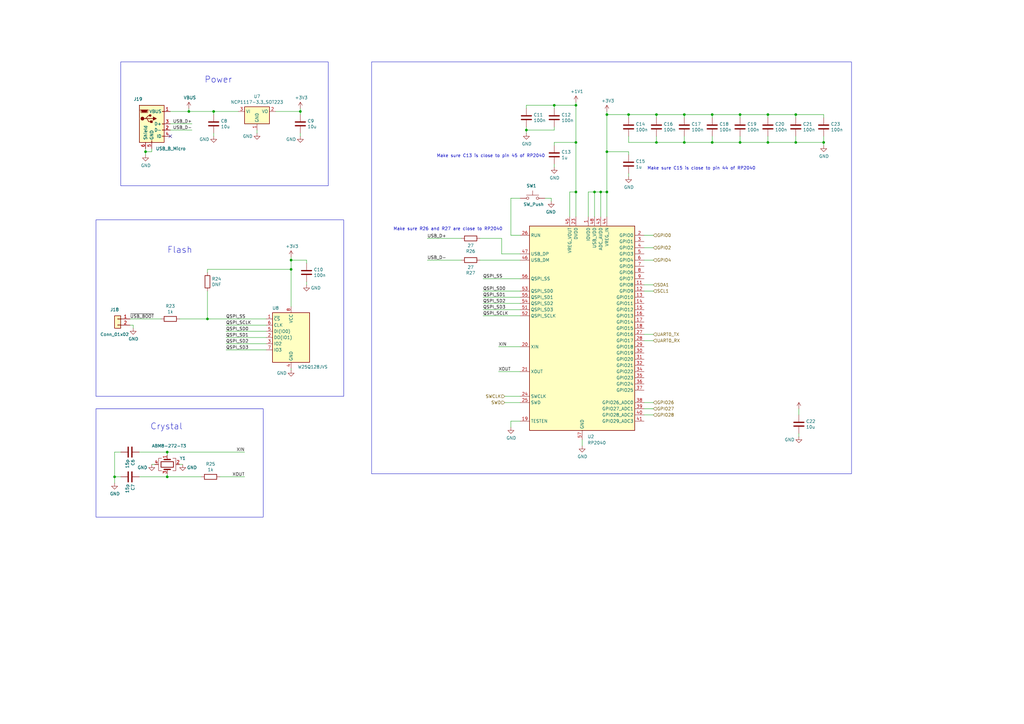
<source format=kicad_sch>
(kicad_sch (version 20231120) (generator "eeschema") (generator_version "8.0")
  (paper "A3")
  (lib_symbols
    (symbol "Connector:USB_B_Micro" (pin_names (offset 1.016))
      (property "Reference" "J" (at -5.08 11.43 0))
      (property "Value" "USB_B_Micro" (at -5.08 8.89 0))
      (symbol "USB_B_Micro_0_1"
        (rectangle (start -5.08 -7.62) (end 5.08 7.62) (stroke (width 0.254)) (fill (type background)))
        (circle (center -3.81 2.159) (radius 0.635) (stroke (width 0.254)) (fill (type outline)))
        (circle (center -0.635 3.429) (radius 0.381) (stroke (width 0.254)) (fill (type outline)))
        (rectangle (start -0.127 -7.62) (end 0.127 -6.858))
        (polyline (pts (xy -1.905 2.159) (xy 0.635 2.159)) (stroke (width 0.254)))
        (polyline (pts (xy -3.175 2.159) (xy -2.54 2.159) (xy -1.27 3.429) (xy -0.635 3.429)) (stroke (width 0.254)))
        (polyline (pts (xy -2.54 2.159) (xy -1.905 2.159) (xy -1.27 0.889) (xy 0 0.889)) (stroke (width 0.254)))
        (polyline (pts (xy 0.635 2.794) (xy 0.635 1.524) (xy 1.905 2.159) (xy 0.635 2.794)) (stroke (width 0.254)) (fill (type outline)))
        (polyline (pts (xy -4.318 5.588) (xy -1.778 5.588) (xy -2.032 4.826) (xy -4.064 4.826) (xy -4.318 5.588)) (fill (type outline)))
        (polyline (pts (xy -4.699 5.842) (xy -4.699 5.588) (xy -4.445 4.826) (xy -4.445 4.572) (xy -1.651 4.572) (xy -1.651 4.826) (xy -1.397 5.588) (xy -1.397 5.842) (xy -4.699 5.842)))
        (rectangle (start 0.254 1.27) (end -0.508 0.508) (stroke (width 0.254)) (fill (type outline)))
        (rectangle (start 5.08 -5.207) (end 4.318 -4.953))
        (rectangle (start 5.08 -2.667) (end 4.318 -2.413))
        (rectangle (start 5.08 -0.127) (end 4.318 0.127))
        (rectangle (start 5.08 4.953) (end 4.318 5.207))
      )
      (symbol "USB_B_Micro_1_1"
        (pin power_out line (at 7.62 5.08 180) (length 2.54) (name "VBUS") (number "1"))
        (pin bidirectional line (at 7.62 -2.54 180) (length 2.54) (name "D-") (number "2"))
        (pin bidirectional line (at 7.62 0 180) (length 2.54) (name "D+") (number "3"))
        (pin passive line (at 7.62 -5.08 180) (length 2.54) (name "ID") (number "4"))
        (pin power_out line (at 0 -10.16 90) (length 2.54) (name "GND") (number "5"))
        (pin passive line (at -2.54 -10.16 90) (length 2.54) (name "Shield") (number "6"))
      )
    )
    (symbol "Connector_Generic:Conn_01x02" (pin_names (offset 1.016) hide)
      (property "Reference" "J" (at 0 2.54 0))
      (property "Value" "Conn_01x02" (at 0 -5.08 0))
      (symbol "Conn_01x02_1_1"
        (rectangle (start -1.27 -2.413) (end 0 -2.667) (stroke (width 0.1524)))
        (rectangle (start -1.27 0.127) (end 0 -0.127) (stroke (width 0.1524)))
        (rectangle (start -1.27 1.27) (end 1.27 -3.81) (stroke (width 0.254)) (fill (type background)))
        (pin passive line (at -5.08 0 0) (length 3.81) (name "Pin_1") (number "1"))
        (pin passive line (at -5.08 -2.54 0) (length 3.81) (name "Pin_2") (number "2"))
      )
    )
    (symbol "Device:C" (pin_numbers hide) (pin_names (offset 0.254))
      (property "Reference" "C" (at 0.635 2.54 0))
      (property "Value" "C" (at 0.635 -2.54 0))
      (symbol "C_0_1"
        (polyline (pts (xy -2.032 -0.762) (xy 2.032 -0.762)) (stroke (width 0.508)))
        (polyline (pts (xy -2.032 0.762) (xy 2.032 0.762)) (stroke (width 0.508)))
      )
      (symbol "C_1_1"
        (pin passive line (at 0 3.81 270) (length 2.794) (name "~") (number "1"))
        (pin passive line (at 0 -3.81 90) (length 2.794) (name "~") (number "2"))
      )
    )
    (symbol "Device:Crystal_GND24" (pin_names (offset 1.016) hide)
      (property "Reference" "Y" (at 3.175 5.08 0))
      (property "Value" "Crystal_GND24" (at 3.175 3.175 0))
      (symbol "Crystal_GND24_0_1"
        (rectangle (start -1.143 2.54) (end 1.143 -2.54) (stroke (width 0.3048)))
        (polyline (pts (xy -2.54 0) (xy -2.032 0)))
        (polyline (pts (xy -2.032 -1.27) (xy -2.032 1.27)) (stroke (width 0.508)))
        (polyline (pts (xy 0 -3.81) (xy 0 -3.556)))
        (polyline (pts (xy 0 3.556) (xy 0 3.81)))
        (polyline (pts (xy 2.032 -1.27) (xy 2.032 1.27)) (stroke (width 0.508)))
        (polyline (pts (xy 2.032 0) (xy 2.54 0)))
        (polyline (pts (xy -2.54 -2.286) (xy -2.54 -3.556) (xy 2.54 -3.556) (xy 2.54 -2.286)))
        (polyline (pts (xy -2.54 2.286) (xy -2.54 3.556) (xy 2.54 3.556) (xy 2.54 2.286)))
      )
      (symbol "Crystal_GND24_1_1"
        (pin passive line (at -3.81 0 0) (length 1.27) (name "1") (number "1"))
        (pin passive line (at 0 5.08 270) (length 1.27) (name "2") (number "2"))
        (pin passive line (at 3.81 0 180) (length 1.27) (name "3") (number "3"))
        (pin passive line (at 0 -5.08 90) (length 1.27) (name "4") (number "4"))
      )
    )
    (symbol "Device:R" (pin_numbers hide) (pin_names (offset 0))
      (property "Reference" "R" (at 2.032 0 90))
      (property "Value" "R" (at 0 0 90))
      (symbol "R_0_1"
        (rectangle (start -1.016 -2.54) (end 1.016 2.54) (stroke (width 0.254)))
      )
      (symbol "R_1_1"
        (pin passive line (at 0 3.81 270) (length 1.27) (name "~") (number "1"))
        (pin passive line (at 0 -3.81 90) (length 1.27) (name "~") (number "2"))
      )
    )
    (symbol "MCU_RaspberryPi:RP2040"
      (property "Reference" "U" (at 17.78 45.72 0))
      (property "Value" "RP2040" (at 17.78 43.18 0))
      (symbol "RP2040_0_1"
        (rectangle (start -21.59 41.91) (end 21.59 -41.91) (stroke (width 0.254)) (fill (type background)))
      )
      (symbol "RP2040_1_1"
        (pin power_in line (at 2.54 45.72 270) (length 3.81) (name "IOVDD") (number "1"))
        (pin passive line (at 2.54 45.72 270) (length 3.81) hide (name "IOVDD") (number "10"))
        (pin bidirectional line (at 25.4 17.78 180) (length 3.81) (name "GPIO8") (number "11"))
        (pin bidirectional line (at 25.4 15.24 180) (length 3.81) (name "GPIO9") (number "12"))
        (pin bidirectional line (at 25.4 12.7 180) (length 3.81) (name "GPIO10") (number "13"))
        (pin bidirectional line (at 25.4 10.16 180) (length 3.81) (name "GPIO11") (number "14"))
        (pin bidirectional line (at 25.4 7.62 180) (length 3.81) (name "GPIO12") (number "15"))
        (pin bidirectional line (at 25.4 5.08 180) (length 3.81) (name "GPIO13") (number "16"))
        (pin bidirectional line (at 25.4 2.54 180) (length 3.81) (name "GPIO14") (number "17"))
        (pin bidirectional line (at 25.4 0 180) (length 3.81) (name "GPIO15") (number "18"))
        (pin input line (at -25.4 -38.1 0) (length 3.81) (name "TESTEN") (number "19"))
        (pin bidirectional line (at 25.4 38.1 180) (length 3.81) (name "GPIO0") (number "2"))
        (pin input line (at -25.4 -7.62 0) (length 3.81) (name "XIN") (number "20"))
        (pin passive line (at -25.4 -17.78 0) (length 3.81) (name "XOUT") (number "21"))
        (pin passive line (at 2.54 45.72 270) (length 3.81) hide (name "IOVDD") (number "22"))
        (pin power_in line (at -2.54 45.72 270) (length 3.81) (name "DVDD") (number "23"))
        (pin input line (at -25.4 -27.94 0) (length 3.81) (name "SWCLK") (number "24"))
        (pin bidirectional line (at -25.4 -30.48 0) (length 3.81) (name "SWD") (number "25"))
        (pin input line (at -25.4 38.1 0) (length 3.81) (name "RUN") (number "26"))
        (pin bidirectional line (at 25.4 -2.54 180) (length 3.81) (name "GPIO16") (number "27"))
        (pin bidirectional line (at 25.4 -5.08 180) (length 3.81) (name "GPIO17") (number "28"))
        (pin bidirectional line (at 25.4 -7.62 180) (length 3.81) (name "GPIO18") (number "29"))
        (pin bidirectional line (at 25.4 35.56 180) (length 3.81) (name "GPIO1") (number "3"))
        (pin bidirectional line (at 25.4 -10.16 180) (length 3.81) (name "GPIO19") (number "30"))
        (pin bidirectional line (at 25.4 -12.7 180) (length 3.81) (name "GPIO20") (number "31"))
        (pin bidirectional line (at 25.4 -15.24 180) (length 3.81) (name "GPIO21") (number "32"))
        (pin passive line (at 2.54 45.72 270) (length 3.81) hide (name "IOVDD") (number "33"))
        (pin bidirectional line (at 25.4 -17.78 180) (length 3.81) (name "GPIO22") (number "34"))
        (pin bidirectional line (at 25.4 -20.32 180) (length 3.81) (name "GPIO23") (number "35"))
        (pin bidirectional line (at 25.4 -22.86 180) (length 3.81) (name "GPIO24") (number "36"))
        (pin bidirectional line (at 25.4 -25.4 180) (length 3.81) (name "GPIO25") (number "37"))
        (pin bidirectional line (at 25.4 -30.48 180) (length 3.81) (name "GPIO26_ADC0") (number "38"))
        (pin bidirectional line (at 25.4 -33.02 180) (length 3.81) (name "GPIO27_ADC1") (number "39"))
        (pin bidirectional line (at 25.4 33.02 180) (length 3.81) (name "GPIO2") (number "4"))
        (pin bidirectional line (at 25.4 -35.56 180) (length 3.81) (name "GPIO28_ADC2") (number "40"))
        (pin bidirectional line (at 25.4 -38.1 180) (length 3.81) (name "GPIO29_ADC3") (number "41"))
        (pin passive line (at 2.54 45.72 270) (length 3.81) hide (name "IOVDD") (number "42"))
        (pin power_in line (at 7.62 45.72 270) (length 3.81) (name "ADC_AVDD") (number "43"))
        (pin power_in line (at 10.16 45.72 270) (length 3.81) (name "VREG_IN") (number "44"))
        (pin power_out line (at -5.08 45.72 270) (length 3.81) (name "VREG_VOUT") (number "45"))
        (pin bidirectional line (at -25.4 27.94 0) (length 3.81) (name "USB_DM") (number "46"))
        (pin bidirectional line (at -25.4 30.48 0) (length 3.81) (name "USB_DP") (number "47"))
        (pin power_in line (at 5.08 45.72 270) (length 3.81) (name "USB_VDD") (number "48"))
        (pin passive line (at 2.54 45.72 270) (length 3.81) hide (name "IOVDD") (number "49"))
        (pin bidirectional line (at 25.4 30.48 180) (length 3.81) (name "GPIO3") (number "5"))
        (pin passive line (at -2.54 45.72 270) (length 3.81) hide (name "DVDD") (number "50"))
        (pin bidirectional line (at -25.4 7.62 0) (length 3.81) (name "QSPI_SD3") (number "51"))
        (pin output line (at -25.4 5.08 0) (length 3.81) (name "QSPI_SCLK") (number "52"))
        (pin bidirectional line (at -25.4 15.24 0) (length 3.81) (name "QSPI_SD0") (number "53"))
        (pin bidirectional line (at -25.4 10.16 0) (length 3.81) (name "QSPI_SD2") (number "54"))
        (pin bidirectional line (at -25.4 12.7 0) (length 3.81) (name "QSPI_SD1") (number "55"))
        (pin bidirectional line (at -25.4 20.32 0) (length 3.81) (name "QSPI_SS") (number "56"))
        (pin power_in line (at 0 -45.72 90) (length 3.81) (name "GND") (number "57"))
        (pin bidirectional line (at 25.4 27.94 180) (length 3.81) (name "GPIO4") (number "6"))
        (pin bidirectional line (at 25.4 25.4 180) (length 3.81) (name "GPIO5") (number "7"))
        (pin bidirectional line (at 25.4 22.86 180) (length 3.81) (name "GPIO6") (number "8"))
        (pin bidirectional line (at 25.4 20.32 180) (length 3.81) (name "GPIO7") (number "9"))
      )
    )
    (symbol "Memory_Flash:W25Q128JVS"
      (property "Reference" "U" (at -8.89 8.89 0))
      (property "Value" "W25Q128JVS" (at 7.62 8.89 0))
      (symbol "W25Q128JVS_0_1"
        (rectangle (start -7.62 10.16) (end 7.62 -10.16) (stroke (width 0.254)) (fill (type background)))
      )
      (symbol "W25Q128JVS_1_1"
        (pin input line (at -10.16 7.62 0) (length 2.54) (name "~{CS}") (number "1"))
        (pin bidirectional line (at -10.16 0 0) (length 2.54) (name "DO(IO1)") (number "2"))
        (pin bidirectional line (at -10.16 -2.54 0) (length 2.54) (name "IO2") (number "3"))
        (pin power_in line (at 0 -12.7 90) (length 2.54) (name "GND") (number "4"))
        (pin bidirectional line (at -10.16 2.54 0) (length 2.54) (name "DI(IO0)") (number "5"))
        (pin input line (at -10.16 5.08 0) (length 2.54) (name "CLK") (number "6"))
        (pin bidirectional line (at -10.16 -5.08 0) (length 2.54) (name "IO3") (number "7"))
        (pin power_in line (at 0 12.7 270) (length 2.54) (name "VCC") (number "8"))
      )
    )
    (symbol "Regulator_Linear:NCP1117-3.3_SOT223"
      (property "Reference" "U" (at -3.81 3.175 0))
      (property "Value" "NCP1117-3.3_SOT223" (at 0 3.175 0))
      (symbol "NCP1117-3.3_SOT223_0_1"
        (rectangle (start -5.08 -5.08) (end 5.08 1.905) (stroke (width 0.254)) (fill (type background)))
      )
      (symbol "NCP1117-3.3_SOT223_1_1"
        (pin power_in line (at 0 -7.62 90) (length 2.54) (name "GND") (number "1"))
        (pin power_out line (at 7.62 0 180) (length 2.54) (name "VO") (number "2"))
        (pin power_in line (at -7.62 0 0) (length 2.54) (name "VI") (number "3"))
      )
    )
    (symbol "Switch:SW_Push" (pin_numbers hide) (pin_names (offset 1.016) hide)
      (property "Reference" "SW" (at 1.27 2.54 0))
      (property "Value" "SW_Push" (at 0 -1.524 0))
      (symbol "SW_Push_0_1"
        (circle (center -2.032 0) (radius 0.508))
        (polyline (pts (xy 0 1.27) (xy 0 3.048)))
        (polyline (pts (xy 2.54 1.27) (xy -2.54 1.27)))
        (circle (center 2.032 0) (radius 0.508))
        (pin passive line (at -5.08 0 0) (length 2.54) (name "1") (number "1"))
        (pin passive line (at 5.08 0 180) (length 2.54) (name "2") (number "2"))
      )
    )
    (symbol "power:+1V1" (power) (pin_names (offset 0))
      (property "Value" "+1V1" (at 0 3.556 0))
      (symbol "+1V1_0_1"
        (polyline (pts (xy -0.762 1.27) (xy 0 2.54)))
        (polyline (pts (xy 0 0) (xy 0 2.54)))
        (polyline (pts (xy 0 2.54) (xy 0.762 1.27)))
      )
      (symbol "+1V1_1_1"
        (pin power_in line (at 0 0 90) (length 0) hide (name "+1V1") (number "1"))
      )
    )
    (symbol "power:+3V3" (power) (pin_names (offset 0))
      (property "Value" "+3V3" (at 0 3.556 0))
      (symbol "+3V3_0_1"
        (polyline (pts (xy -0.762 1.27) (xy 0 2.54)))
        (polyline (pts (xy 0 0) (xy 0 2.54)))
        (polyline (pts (xy 0 2.54) (xy 0.762 1.27)))
      )
      (symbol "+3V3_1_1"
        (pin power_in line (at 0 0 90) (length 0) hide (name "+3V3") (number "1"))
      )
    )
    (symbol "power:GND" (power) (pin_names (offset 0))
      (property "Value" "GND" (at 0 -3.81 0))
      (symbol "GND_0_1"
        (polyline (pts (xy 0 0) (xy 0 -1.27) (xy 1.27 -1.27) (xy 0 -2.54) (xy -1.27 -1.27) (xy 0 -1.27)))
      )
      (symbol "GND_1_1"
        (pin power_in line (at 0 0 270) (length 0) hide (name "GND") (number "1"))
      )
    )
    (symbol "power:VBUS" (power) (pin_names (offset 0))
      (property "Value" "VBUS" (at 0 3.81 0))
      (symbol "VBUS_0_1"
        (polyline (pts (xy -0.762 1.27) (xy 0 2.54)))
        (polyline (pts (xy 0 0) (xy 0 2.54)))
        (polyline (pts (xy 0 2.54) (xy 0.762 1.27)))
      )
      (symbol "VBUS_1_1"
        (pin power_in line (at 0 0 90) (length 0) hide (name "VBUS") (number "1"))
      )
    )
  )
  (junction (at 46.99 195.58))
  (junction (at 87.63 45.72))
  (junction (at 292.1 46.99))
  (junction (at 236.22 58.42))
  (junction (at 59.69 62.23))
  (junction (at 248.92 46.99))
  (junction (at 303.53 58.42))
  (junction (at 292.1 58.42))
  (junction (at 248.92 78.74))
  (junction (at 236.22 78.74))
  (junction (at 269.24 46.99))
  (junction (at 246.38 78.74))
  (junction (at 337.82 58.42))
  (junction (at 119.38 110.49))
  (junction (at 123.19 45.72))
  (junction (at 280.67 46.99))
  (junction (at 257.81 46.99))
  (junction (at 85.09 130.81))
  (junction (at 215.9 53.34))
  (junction (at 227.33 43.18))
  (junction (at 243.84 78.74))
  (junction (at 269.24 58.42))
  (junction (at 236.22 43.18))
  (junction (at 248.92 62.23))
  (junction (at 280.67 58.42))
  (junction (at 303.53 46.99))
  (junction (at 314.96 46.99))
  (junction (at 326.39 58.42))
  (junction (at 326.39 46.99))
  (junction (at 314.96 58.42))
  (junction (at 68.58 185.42))
  (junction (at 68.58 195.58))
  (junction (at 77.47 45.72))
  (junction (at 119.38 106.68))
  (no_connect (at 69.85 55.88))
  (wire (pts (xy 327.66 177.8) (xy 327.66 179.07)))
  (wire (pts (xy 105.41 53.34) (xy 105.41 54.61)))
  (wire (pts (xy 198.12 129.54) (xy 213.36 129.54)))
  (wire (pts (xy 337.82 46.99) (xy 326.39 46.99)))
  (wire (pts (xy 62.23 62.23) (xy 59.69 62.23)))
  (wire (pts (xy 236.22 43.18) (xy 236.22 58.42)))
  (wire (pts (xy 54.61 133.35) (xy 54.61 134.62)))
  (wire (pts (xy 327.66 167.64) (xy 327.66 170.18)))
  (wire (pts (xy 227.33 67.31) (xy 227.33 68.58)))
  (wire (pts (xy 264.16 165.1) (xy 267.97 165.1)))
  (wire (pts (xy 198.12 119.38) (xy 213.36 119.38)))
  (wire (pts (xy 326.39 55.88) (xy 326.39 58.42)))
  (wire (pts (xy 269.24 58.42) (xy 257.81 58.42)))
  (wire (pts (xy 264.16 137.16) (xy 267.97 137.16)))
  (wire (pts (xy 303.53 55.88) (xy 303.53 58.42)))
  (wire (pts (xy 236.22 41.91) (xy 236.22 43.18)))
  (wire (pts (xy 205.74 104.14) (xy 213.36 104.14)))
  (wire (pts (xy 68.58 185.42) (xy 100.33 185.42)))
  (wire (pts (xy 213.36 172.72) (xy 209.55 172.72)))
  (wire (pts (xy 57.15 185.42) (xy 68.58 185.42)))
  (wire (pts (xy 85.09 110.49) (xy 119.38 110.49)))
  (wire (pts (xy 337.82 58.42) (xy 337.82 59.69)))
  (wire (pts (xy 226.06 81.28) (xy 226.06 82.55)))
  (wire (pts (xy 264.16 101.6) (xy 267.97 101.6)))
  (wire (pts (xy 68.58 195.58) (xy 82.55 195.58)))
  (wire (pts (xy 85.09 111.76) (xy 85.09 110.49)))
  (wire (pts (xy 248.92 45.72) (xy 248.92 46.99)))
  (wire (pts (xy 227.33 59.69) (xy 227.33 58.42)))
  (wire (pts (xy 257.81 71.12) (xy 257.81 72.39)))
  (wire (pts (xy 337.82 48.26) (xy 337.82 46.99)))
  (wire (pts (xy 53.34 133.35) (xy 54.61 133.35)))
  (wire (pts (xy 196.85 106.68) (xy 213.36 106.68)))
  (wire (pts (xy 125.73 107.95) (xy 125.73 106.68)))
  (wire (pts (xy 292.1 48.26) (xy 292.1 46.99)))
  (wire (pts (xy 264.16 106.68) (xy 267.97 106.68)))
  (wire (pts (xy 241.3 78.74) (xy 241.3 88.9)))
  (wire (pts (xy 215.9 43.18) (xy 227.33 43.18)))
  (wire (pts (xy 292.1 58.42) (xy 280.67 58.42)))
  (wire (pts (xy 246.38 78.74) (xy 246.38 88.9)))
  (wire (pts (xy 337.82 58.42) (xy 326.39 58.42)))
  (wire (pts (xy 257.81 48.26) (xy 257.81 46.99)))
  (wire (pts (xy 215.9 53.34) (xy 227.33 53.34)))
  (wire (pts (xy 205.74 97.79) (xy 196.85 97.79)))
  (wire (pts (xy 49.53 185.42) (xy 46.99 185.42)))
  (wire (pts (xy 280.67 46.99) (xy 292.1 46.99)))
  (wire (pts (xy 314.96 46.99) (xy 326.39 46.99)))
  (wire (pts (xy 125.73 106.68) (xy 119.38 106.68)))
  (wire (pts (xy 246.38 78.74) (xy 248.92 78.74)))
  (wire (pts (xy 269.24 55.88) (xy 269.24 58.42)))
  (wire (pts (xy 57.15 195.58) (xy 68.58 195.58)))
  (wire (pts (xy 113.03 45.72) (xy 123.19 45.72)))
  (wire (pts (xy 280.67 48.26) (xy 280.67 46.99)))
  (wire (pts (xy 213.36 152.4) (xy 204.47 152.4)))
  (wire (pts (xy 209.55 81.28) (xy 209.55 96.52)))
  (wire (pts (xy 198.12 124.46) (xy 213.36 124.46)))
  (wire (pts (xy 227.33 58.42) (xy 236.22 58.42)))
  (wire (pts (xy 109.22 140.97) (xy 92.71 140.97)))
  (wire (pts (xy 243.84 78.74) (xy 241.3 78.74)))
  (wire (pts (xy 69.85 50.8) (xy 78.74 50.8)))
  (wire (pts (xy 125.73 115.57) (xy 125.73 116.84)))
  (wire (pts (xy 46.99 195.58) (xy 46.99 198.12)))
  (wire (pts (xy 248.92 62.23) (xy 257.81 62.23)))
  (wire (pts (xy 207.01 162.56) (xy 213.36 162.56)))
  (wire (pts (xy 264.16 139.7) (xy 267.97 139.7)))
  (wire (pts (xy 215.9 44.45) (xy 215.9 43.18)))
  (wire (pts (xy 109.22 138.43) (xy 92.71 138.43)))
  (wire (pts (xy 77.47 44.45) (xy 77.47 45.72)))
  (wire (pts (xy 257.81 46.99) (xy 269.24 46.99)))
  (wire (pts (xy 292.1 46.99) (xy 303.53 46.99)))
  (wire (pts (xy 209.55 81.28) (xy 213.36 81.28)))
  (wire (pts (xy 227.33 43.18) (xy 236.22 43.18)))
  (wire (pts (xy 314.96 48.26) (xy 314.96 46.99)))
  (wire (pts (xy 264.16 96.52) (xy 267.97 96.52)))
  (wire (pts (xy 223.52 81.28) (xy 226.06 81.28)))
  (wire (pts (xy 337.82 55.88) (xy 337.82 58.42)))
  (wire (pts (xy 227.33 53.34) (xy 227.33 52.07)))
  (wire (pts (xy 109.22 135.89) (xy 92.71 135.89)))
  (wire (pts (xy 233.68 78.74) (xy 236.22 78.74)))
  (wire (pts (xy 243.84 78.74) (xy 243.84 88.9)))
  (wire (pts (xy 66.04 130.81) (xy 53.34 130.81)))
  (wire (pts (xy 248.92 88.9) (xy 248.92 78.74)))
  (wire (pts (xy 69.85 45.72) (xy 77.47 45.72)))
  (wire (pts (xy 303.53 58.42) (xy 292.1 58.42)))
  (wire (pts (xy 207.01 165.1) (xy 213.36 165.1)))
  (wire (pts (xy 292.1 55.88) (xy 292.1 58.42)))
  (wire (pts (xy 236.22 78.74) (xy 236.22 88.9)))
  (wire (pts (xy 87.63 54.61) (xy 87.63 55.88)))
  (wire (pts (xy 238.76 180.34) (xy 238.76 182.88)))
  (wire (pts (xy 209.55 172.72) (xy 209.55 175.26)))
  (wire (pts (xy 280.67 55.88) (xy 280.67 58.42)))
  (wire (pts (xy 213.36 96.52) (xy 209.55 96.52)))
  (wire (pts (xy 68.58 194.31) (xy 68.58 195.58)))
  (wire (pts (xy 62.23 190.5) (xy 63.5 190.5)))
  (wire (pts (xy 257.81 63.5) (xy 257.81 62.23)))
  (wire (pts (xy 62.23 60.96) (xy 62.23 62.23)))
  (wire (pts (xy 198.12 114.3) (xy 213.36 114.3)))
  (wire (pts (xy 77.47 45.72) (xy 87.63 45.72)))
  (wire (pts (xy 119.38 110.49) (xy 119.38 125.73)))
  (wire (pts (xy 189.23 97.79) (xy 175.26 97.79)))
  (wire (pts (xy 97.79 45.72) (xy 87.63 45.72)))
  (wire (pts (xy 90.17 195.58) (xy 100.33 195.58)))
  (wire (pts (xy 215.9 52.07) (xy 215.9 53.34)))
  (wire (pts (xy 326.39 48.26) (xy 326.39 46.99)))
  (wire (pts (xy 119.38 105.41) (xy 119.38 106.68)))
  (wire (pts (xy 233.68 88.9) (xy 233.68 78.74)))
  (wire (pts (xy 87.63 46.99) (xy 87.63 45.72)))
  (wire (pts (xy 314.96 55.88) (xy 314.96 58.42)))
  (wire (pts (xy 227.33 44.45) (xy 227.33 43.18)))
  (wire (pts (xy 73.66 130.81) (xy 85.09 130.81)))
  (wire (pts (xy 269.24 48.26) (xy 269.24 46.99)))
  (wire (pts (xy 68.58 186.69) (xy 68.58 185.42)))
  (wire (pts (xy 248.92 46.99) (xy 257.81 46.99)))
  (wire (pts (xy 314.96 58.42) (xy 303.53 58.42)))
  (wire (pts (xy 246.38 78.74) (xy 243.84 78.74)))
  (wire (pts (xy 123.19 54.61) (xy 123.19 55.88)))
  (wire (pts (xy 69.85 53.34) (xy 78.74 53.34)))
  (wire (pts (xy 264.16 167.64) (xy 267.97 167.64)))
  (wire (pts (xy 85.09 130.81) (xy 109.22 130.81)))
  (wire (pts (xy 314.96 58.42) (xy 326.39 58.42)))
  (wire (pts (xy 49.53 195.58) (xy 46.99 195.58)))
  (wire (pts (xy 109.22 143.51) (xy 92.71 143.51)))
  (wire (pts (xy 248.92 62.23) (xy 248.92 78.74)))
  (wire (pts (xy 264.16 170.18) (xy 267.97 170.18)))
  (wire (pts (xy 73.66 190.5) (xy 74.93 190.5)))
  (wire (pts (xy 204.47 142.24) (xy 213.36 142.24)))
  (wire (pts (xy 215.9 53.34) (xy 215.9 54.61)))
  (wire (pts (xy 198.12 121.92) (xy 213.36 121.92)))
  (wire (pts (xy 303.53 48.26) (xy 303.53 46.99)))
  (wire (pts (xy 264.16 119.38) (xy 267.97 119.38)))
  (wire (pts (xy 205.74 97.79) (xy 205.74 104.14)))
  (wire (pts (xy 123.19 45.72) (xy 123.19 44.45)))
  (wire (pts (xy 257.81 55.88) (xy 257.81 58.42)))
  (wire (pts (xy 92.71 133.35) (xy 109.22 133.35)))
  (wire (pts (xy 189.23 106.68) (xy 175.26 106.68)))
  (wire (pts (xy 198.12 127) (xy 213.36 127)))
  (wire (pts (xy 123.19 46.99) (xy 123.19 45.72)))
  (wire (pts (xy 119.38 151.765) (xy 119.38 151.13)))
  (wire (pts (xy 119.38 106.68) (xy 119.38 110.49)))
  (wire (pts (xy 248.92 46.99) (xy 248.92 62.23)))
  (wire (pts (xy 303.53 46.99) (xy 314.96 46.99)))
  (wire (pts (xy 280.67 58.42) (xy 269.24 58.42)))
  (wire (pts (xy 269.24 46.99) (xy 280.67 46.99)))
  (wire (pts (xy 264.16 116.84) (xy 267.97 116.84)))
  (wire (pts (xy 85.09 119.38) (xy 85.09 130.81)))
  (wire (pts (xy 59.69 62.23) (xy 59.69 63.5)))
  (wire (pts (xy 59.69 60.96) (xy 59.69 62.23)))
  (wire (pts (xy 236.22 58.42) (xy 236.22 78.74)))
  (wire (pts (xy 46.99 185.42) (xy 46.99 195.58)))
  (rectangle (start 39.37 90.17) (end 140.97 162.56))
  (rectangle (start 152.4 25.4) (end 349.25 194.31))
  (rectangle (start 49.53 25.4) (end 134.62 76.2))
  (rectangle (start 39.37 167.64) (end 107.95 212.09))
  (text "Make sure R26 and R27 are close to RP2040" (at 161.29 94.742 0) (effects (font (size 1.27 1.27)) (justify left bottom)))
  (text "Make sure C13 is close to pin 45 of RP2040" (at 179.07 64.77 0) (effects (font (size 1.27 1.27)) (justify left bottom)))
  (text "Power" (at 83.82 34.29 0) (effects (font (size 2.54 2.54)) (justify left bottom)))
  (text "Make sure C15 is close to pin 44 of RP2040" (at 265.43 69.85 0) (effects (font (size 1.27 1.27)) (justify left bottom)))
  (text "Flash" (at 68.58 104.14 0) (effects (font (size 2.54 2.54)) (justify left bottom)))
  (text "Crystal" (at 61.595 176.53 0) (effects (font (size 2.54 2.54)) (justify left bottom)))
  (label "QSPI_SCLK" (at 198.12 129.54 0))
  (label "QSPI_SD1" (at 198.12 121.92 0))
  (label "XIN" (at 204.47 142.24 0))
  (label "~{USB_BOOT}" (at 53.34 130.81 0))
  (label "QSPI_SD0" (at 92.71 135.89 0))
  (label "XOUT" (at 100.33 195.58 180))
  (label "QSPI_SD2" (at 92.71 140.97 0))
  (label "USB_D+" (at 78.74 50.8 180))
  (label "QSPI_SS" (at 198.12 114.3 0))
  (label "QSPI_SCLK" (at 92.71 133.35 0))
  (label "XOUT" (at 204.47 152.4 0))
  (label "USB_D+" (at 175.26 97.79 0))
  (label "QSPI_SS" (at 92.71 130.81 0))
  (label "QSPI_SD2" (at 198.12 124.46 0))
  (label "USB_D-" (at 78.74 53.34 180))
  (label "XIN" (at 100.33 185.42 180))
  (label "QSPI_SD3" (at 92.71 143.51 0))
  (label "QSPI_SD0" (at 198.12 119.38 0))
  (label "QSPI_SD3" (at 198.12 127 0))
  (label "USB_D-" (at 175.26 106.68 0))
  (label "QSPI_SD1" (at 92.71 138.43 0))
  (hierarchical_label "GPIO4" (shape input) (at 267.97 106.68 0))
  (hierarchical_label "UART0_RX" (shape input) (at 267.97 139.7 0))
  (hierarchical_label "UART0_TX" (shape input) (at 267.97 137.16 0))
  (hierarchical_label "SWD" (shape input) (at 207.01 165.1 180))
  (hierarchical_label "GPIO26" (shape input) (at 267.97 165.1 0))
  (hierarchical_label "SCL1" (shape input) (at 267.97 119.38 0))
  (hierarchical_label "GPIO28" (shape input) (at 267.97 170.18 0))
  (hierarchical_label "GPIO0" (shape input) (at 267.97 96.52 0))
  (hierarchical_label "GPIO2" (shape input) (at 267.97 101.6 0))
  (hierarchical_label "SWCLK" (shape input) (at 207.01 162.56 180))
  (hierarchical_label "SDA1" (shape input) (at 267.97 116.84 0))
  (hierarchical_label "GPIO27" (shape input) (at 267.97 167.64 0))
  (symbol (lib_id "power:+3V3") (at 248.92 45.72 0) (unit 1)
    (property "Reference" "#PWR088" (effects (hide yes)))
    (property "Value" "+3V3" (at 249.301 41.3258 0))
  )
  (symbol (lib_id "power:GND") (at 59.69 63.5 0) (unit 1)
    (property "Reference" "#PWR070" (effects (hide yes)))
    (property "Value" "GND" (at 59.817 67.8942 0))
  )
  (symbol (lib_id "Device:C") (at 227.33 63.5 0) (unit 1)
    (property "Reference" "C13" (at 230.251 62.3316 0) (effects (justify left)))
    (property "Value" "1u" (at 230.251 64.643 0) (effects (justify left)))
    (property "Footprint" "Capacitor_SMD:C_0402_1005Metric" (effects (hide yes)))
  )
  (symbol (lib_id "Device:C") (at 123.19 50.8 0) (unit 1)
    (property "Reference" "C9" (at 126.111 49.6316 0) (effects (justify left)))
    (property "Value" "10u" (at 126.111 51.943 0) (effects (justify left)))
    (property "Footprint" "Capacitor_SMD:C_0805_2012Metric" (effects (hide yes)))
  )
  (symbol (lib_id "Device:C") (at 337.82 52.07 0) (unit 1)
    (property "Reference" "C23" (at 340.741 50.9016 0) (effects (justify left)))
    (property "Value" "100n" (at 340.741 53.213 0) (effects (justify left)))
    (property "Footprint" "Capacitor_SMD:C_0402_1005Metric" (effects (hide yes)))
  )
  (symbol (lib_id "Device:C") (at 215.9 48.26 0) (unit 1)
    (property "Reference" "C11" (at 218.821 47.0916 0) (effects (justify left)))
    (property "Value" "100n" (at 218.821 49.403 0) (effects (justify left)))
    (property "Footprint" "Capacitor_SMD:C_0402_1005Metric" (effects (hide yes)))
  )
  (symbol (lib_id "Device:C") (at 257.81 52.07 0) (unit 1)
    (property "Reference" "C14" (at 260.731 50.9016 0) (effects (justify left)))
    (property "Value" "100n" (at 260.731 53.213 0) (effects (justify left)))
    (property "Footprint" "Capacitor_SMD:C_0402_1005Metric" (effects (hide yes)))
  )
  (symbol (lib_id "Connector_Generic:Conn_01x02") (at 48.26 130.81 0) (mirror y) (unit 1)
    (property "Reference" "J18" (at 46.99 127 0))
    (property "Value" "Conn_01x02" (at 46.99 137.16 0))
    (property "Footprint" "Connector_PinHeader_2.54mm:PinHeader_1x02_P2.54mm_Vertical" (effects (hide yes)))
  )
  (symbol (lib_id "Device:R") (at 69.85 130.81 270) (unit 1)
    (property "Reference" "R23" (at 69.85 125.5522 90))
    (property "Value" "1k" (at 69.85 127.8636 90))
    (property "Footprint" "Resistor_SMD:R_0402_1005Metric" (effects (hide yes)))
  )
  (symbol (lib_id "Device:C") (at 269.24 52.07 0) (unit 1)
    (property "Reference" "C16" (at 272.161 50.9016 0) (effects (justify left)))
    (property "Value" "100n" (at 272.161 53.213 0) (effects (justify left)))
    (property "Footprint" "Capacitor_SMD:C_0402_1005Metric" (effects (hide yes)))
  )
  (symbol (lib_id "Connector:USB_B_Micro") (at 62.23 50.8 0) (unit 1)
    (property "Reference" "J19" (at 58.42 40.64 0) (effects (justify right)))
    (property "Value" "USB_B_Micro" (at 76.2 60.96 0) (effects (justify right)))
    (property "Footprint" "Connector_USB:USB_Micro-B_Amphenol_10103594-0001LF_Horizontal" (effects (hide yes)))
  )
  (symbol (lib_id "power:GND") (at 123.19 55.88 0) (unit 1)
    (property "Reference" "#PWR079" (effects (hide yes)))
    (property "Value" "GND" (at 119.38 57.15 0))
  )
  (symbol (lib_id "Device:C") (at 87.63 50.8 0) (unit 1)
    (property "Reference" "C8" (at 90.551 49.6316 0) (effects (justify left)))
    (property "Value" "10u" (at 90.551 51.943 0) (effects (justify left)))
    (property "Footprint" "Capacitor_SMD:C_0805_2012Metric" (effects (hide yes)))
  )
  (symbol (lib_id "power:GND") (at 46.99 198.12 0) (unit 1)
    (property "Reference" "#PWR072" (effects (hide yes)))
    (property "Value" "GND" (at 47.117 202.5142 0))
  )
  (symbol (lib_id "Device:Crystal_GND24") (at 68.58 190.5 270) (unit 1)
    (property "Reference" "Y1" (at 73.66 187.96 90) (effects (justify left)))
    (property "Value" "ABM8-272-T3" (at 62.23 182.88 90) (effects (justify left)))
    (property "Footprint" "Crystal:Crystal_SMD_3225-4Pin_3.2x2.5mm" (effects (hide yes)))
  )
  (symbol (lib_id "power:GND") (at 209.55 175.26 0) (unit 1)
    (property "Reference" "#PWR086" (effects (hide yes)))
    (property "Value" "GND" (at 209.677 179.6542 0))
  )
  (symbol (lib_id "Device:C") (at 125.73 111.76 0) (unit 1)
    (property "Reference" "C10" (at 128.651 110.5916 0) (effects (justify left)))
    (property "Value" "100n" (at 128.651 112.903 0) (effects (justify left)))
    (property "Footprint" "Capacitor_SMD:C_0402_1005Metric" (effects (hide yes)))
  )
  (symbol (lib_id "power:+3V3") (at 119.38 105.41 0) (unit 1)
    (property "Reference" "#PWR080" (effects (hide yes)))
    (property "Value" "+3V3" (at 119.761 101.0158 0))
  )
  (symbol (lib_id "power:GND") (at 54.61 134.62 0) (unit 1)
    (property "Reference" "#PWR071" (effects (hide yes)))
    (property "Value" "GND" (at 54.737 139.0142 0))
  )
  (symbol (lib_id "Device:C") (at 327.66 173.99 0) (unit 1)
    (property "Reference" "C22" (at 330.581 172.8216 0) (effects (justify left)))
    (property "Value" "10u" (at 330.581 175.133 0) (effects (justify left)))
    (property "Footprint" "Capacitor_SMD:C_0805_2012Metric" (effects (hide yes)))
  )
  (symbol (lib_id "power:GND") (at 74.93 190.5 0) (unit 1)
    (property "Reference" "#PWR076" (effects (hide yes)))
    (property "Value" "GND" (at 78.74 191.77 0))
  )
  (symbol (lib_id "Regulator_Linear:NCP1117-3.3_SOT223") (at 105.41 45.72 0) (unit 1)
    (property "Reference" "U7" (at 105.41 39.5732 0))
    (property "Value" "NCP1117-3.3_SOT223" (at 105.41 41.8846 0))
    (property "Footprint" "Package_TO_SOT_SMD:SOT-223-3_TabPin2" (effects (hide yes)))
    (property "Datasheet" "http://www.onsemi.com/pub_link/Collateral/NCP1117-D.PDF" (effects (hide yes)))
  )
  (symbol (lib_id "Device:C") (at 227.33 48.26 0) (unit 1)
    (property "Reference" "C12" (at 230.251 47.0916 0) (effects (justify left)))
    (property "Value" "100n" (at 230.251 49.403 0) (effects (justify left)))
    (property "Footprint" "Capacitor_SMD:C_0402_1005Metric" (effects (hide yes)))
  )
  (symbol (lib_id "Device:R") (at 85.09 115.57 0) (unit 1)
    (property "Reference" "R24" (at 86.868 114.4016 0) (effects (justify left)))
    (property "Value" "DNF" (at 86.868 116.713 0) (effects (justify left)))
    (property "Footprint" "Resistor_SMD:R_0402_1005Metric" (effects (hide yes)))
  )
  (symbol (lib_id "Device:C") (at 314.96 52.07 0) (unit 1)
    (property "Reference" "C20" (at 317.881 50.9016 0) (effects (justify left)))
    (property "Value" "100n" (at 317.881 53.213 0) (effects (justify left)))
    (property "Footprint" "Capacitor_SMD:C_0402_1005Metric" (effects (hide yes)))
  )
  (symbol (lib_id "Device:R") (at 86.36 195.58 270) (unit 1)
    (property "Reference" "R25" (at 86.36 190.3222 90))
    (property "Value" "1k" (at 86.36 192.6336 90))
    (property "Footprint" "Resistor_SMD:R_0402_1005Metric" (effects (hide yes)))
  )
  (symbol (lib_id "power:GND") (at 337.82 59.69 0) (unit 1)
    (property "Reference" "#PWR090" (effects (hide yes)))
    (property "Value" "GND" (at 337.947 64.0842 0))
  )
  (symbol (lib_id "Device:C") (at 326.39 52.07 0) (unit 1)
    (property "Reference" "C21" (at 329.311 50.9016 0) (effects (justify left)))
    (property "Value" "100n" (at 329.311 53.213 0) (effects (justify left)))
    (property "Footprint" "Capacitor_SMD:C_0402_1005Metric" (effects (hide yes)))
  )
  (symbol (lib_id "MCU_RaspberryPi:RP2040") (at 238.76 134.62 0) (unit 1)
    (property "Reference" "U2" (at 240.9541 179.07 0) (effects (justify left)))
    (property "Value" "RP2040" (at 240.9541 181.61 0) (effects (justify left)))
    (property "Footprint" "Package_DFN_QFN:QFN-56-1EP_7x7mm_P0.4mm_EP3.2x3.2mm" (effects (hide yes)))
    (property "Datasheet" "https://datasheets.raspberrypi.com/rp2040/rp2040-datasheet.pdf" (effects (hide yes)))
    (property "Description" "A microcontroller by Raspberry Pi" (effects (hide yes)))
  )
  (symbol (lib_id "power:GND") (at 105.41 54.61 0) (unit 1)
    (property "Reference" "#PWR077" (effects (hide yes)))
    (property "Value" "GND" (at 101.6 55.88 0))
  )
  (symbol (lib_id "Device:C") (at 303.53 52.07 0) (unit 1)
    (property "Reference" "C19" (at 306.451 50.9016 0) (effects (justify left)))
    (property "Value" "100n" (at 306.451 53.213 0) (effects (justify left)))
    (property "Footprint" "Capacitor_SMD:C_0402_1005Metric" (effects (hide yes)))
  )
  (symbol (lib_id "power:+1V1") (at 236.22 41.91 0) (unit 1)
    (property "Reference" "#PWR085" (effects (hide yes)))
    (property "Value" "+1V1" (at 236.601 37.5158 0))
  )
  (symbol (lib_id "Device:C") (at 280.67 52.07 0) (unit 1)
    (property "Reference" "C17" (at 283.591 50.9016 0) (effects (justify left)))
    (property "Value" "100n" (at 283.591 53.213 0) (effects (justify left)))
    (property "Footprint" "Capacitor_SMD:C_0402_1005Metric" (effects (hide yes)))
  )
  (symbol (lib_id "Device:R") (at 193.04 97.79 90) (unit 1)
    (property "Reference" "R26" (at 193.04 103.0478 90))
    (property "Value" "27" (at 193.04 100.7364 90))
    (property "Footprint" "Resistor_SMD:R_0402_1005Metric" (effects (hide yes)))
  )
  (symbol (lib_id "Device:C") (at 53.34 195.58 270) (unit 1)
    (property "Reference" "C7" (at 54.5084 198.501 0) (effects (justify left)))
    (property "Value" "15p" (at 52.197 198.501 0) (effects (justify left)))
    (property "Footprint" "Capacitor_SMD:C_0402_1005Metric" (effects (hide yes)))
  )
  (symbol (lib_id "power:GND") (at 125.73 116.84 0) (unit 1)
    (property "Reference" "#PWR082" (effects (hide yes)))
    (property "Value" "GND" (at 129.54 118.11 0))
  )
  (symbol (lib_id "power:GND") (at 119.38 151.765 0) (unit 1)
    (property "Reference" "#PWR081" (effects (hide yes)))
    (property "Value" "GND" (at 115.57 153.035 0))
  )
  (symbol (lib_id "power:GND") (at 215.9 54.61 0) (unit 1)
    (property "Reference" "#PWR083" (effects (hide yes)))
    (property "Value" "GND" (at 216.027 59.0042 0))
  )
  (symbol (lib_id "power:+3V3") (at 123.19 44.45 0) (unit 1)
    (property "Reference" "#PWR078" (effects (hide yes)))
    (property "Value" "+3V3" (at 123.571 40.0558 0))
  )
  (symbol (lib_id "Device:C") (at 292.1 52.07 0) (unit 1)
    (property "Reference" "C18" (at 295.021 50.9016 0) (effects (justify left)))
    (property "Value" "100n" (at 295.021 53.213 0) (effects (justify left)))
    (property "Footprint" "Capacitor_SMD:C_0402_1005Metric" (effects (hide yes)))
  )
  (symbol (lib_id "power:GND") (at 87.63 55.88 0) (unit 1)
    (property "Reference" "#PWR074" (effects (hide yes)))
    (property "Value" "GND" (at 83.82 57.15 0))
  )
  (symbol (lib_id "power:VBUS") (at 77.47 44.45 0) (unit 1)
    (property "Reference" "#PWR073" (effects (hide yes)))
    (property "Value" "VBUS" (at 77.851 40.0558 0))
  )
  (symbol (lib_id "power:GND") (at 227.33 68.58 0) (unit 1)
    (property "Reference" "#PWR084" (effects (hide yes)))
    (property "Value" "GND" (at 227.457 72.9742 0))
  )
  (symbol (lib_id "Memory_Flash:W25Q128JVS") (at 119.38 138.43 0) (unit 1)
    (property "Reference" "U8" (at 113.03 126.365 0))
    (property "Value" "W25Q128JVS" (at 128.27 150.495 0))
    (property "Footprint" "Package_SO:SOIC-8_5.23x5.23mm_P1.27mm" (effects (hide yes)))
    (property "Datasheet" "http://www.winbond.com/resource-files/w25q128jv_dtr%20revc%2003272018%20plus.pdf" (effects (hide yes)))
  )
  (symbol (lib_id "Device:R") (at 193.04 106.68 90) (unit 1)
    (property "Reference" "R27" (at 193.04 111.9378 90))
    (property "Value" "27" (at 193.04 109.6264 90))
    (property "Footprint" "Resistor_SMD:R_0402_1005Metric" (effects (hide yes)))
  )
  (symbol (lib_id "power:+3V3") (at 327.66 167.64 0) (unit 1)
    (property "Reference" "#PWR094" (effects (hide yes)))
    (property "Value" "+3V3" (effects (hide yes)))
  )
  (symbol (lib_id "power:GND") (at 327.66 179.07 0) (unit 1)
    (property "Reference" "#PWR095" (effects (hide yes)))
    (property "Value" "GND" (at 323.85 180.34 0))
  )
  (symbol (lib_id "power:GND") (at 62.23 190.5 0) (unit 1)
    (property "Reference" "#PWR075" (effects (hide yes)))
    (property "Value" "GND" (at 58.42 191.77 0))
  )
  (symbol (lib_id "power:GND") (at 238.76 182.88 0) (unit 1)
    (property "Reference" "#PWR087" (effects (hide yes)))
    (property "Value" "GND" (at 238.887 187.2742 0))
  )
  (symbol (lib_id "power:GND") (at 257.81 72.39 0) (unit 1)
    (property "Reference" "#PWR089" (effects (hide yes)))
    (property "Value" "GND" (at 257.937 76.7842 0))
  )
  (symbol (lib_id "Switch:SW_Push") (at 218.44 81.28 0) (unit 1)
    (property "Reference" "SW1" (at 215.9 76.2 0) (effects (justify left)))
    (property "Value" "SW_Push" (at 214.63 83.82 0) (effects (justify left)))
    (property "Footprint" "Button_Switch_SMD:SW_SPST_TL3305A" (effects (hide yes)))
  )
  (symbol (lib_id "Device:C") (at 53.34 185.42 270) (unit 1)
    (property "Reference" "C6" (at 54.5084 188.341 0) (effects (justify left)))
    (property "Value" "15p" (at 52.197 188.341 0) (effects (justify left)))
    (property "Footprint" "Capacitor_SMD:C_0402_1005Metric" (effects (hide yes)))
  )
  (symbol (lib_id "power:GND") (at 226.06 82.55 0) (mirror y) (unit 1)
    (property "Reference" "#PWR011" (effects (hide yes)))
    (property "Value" "GND" (at 225.933 86.9442 0))
  )
  (symbol (lib_id "Device:C") (at 257.81 67.31 0) (unit 1)
    (property "Reference" "C15" (at 260.731 66.1416 0) (effects (justify left)))
    (property "Value" "1u" (at 260.731 68.453 0) (effects (justify left)))
    (property "Footprint" "Capacitor_SMD:C_0402_1005Metric" (effects (hide yes)))
  )
)
</source>
